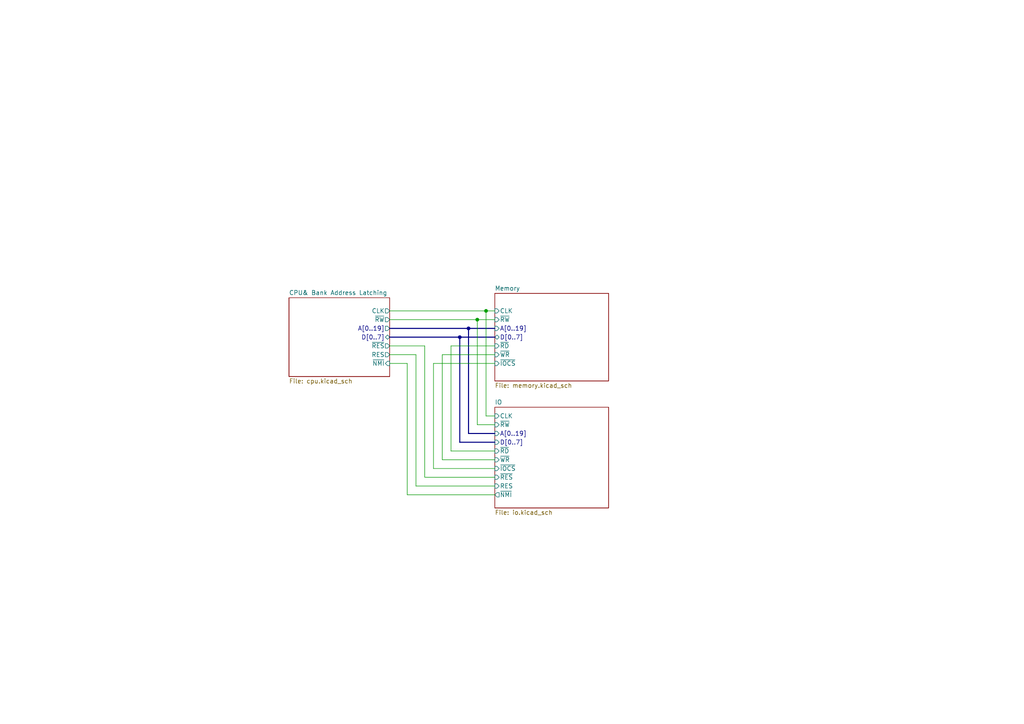
<source format=kicad_sch>
(kicad_sch (version 20211123) (generator eeschema)
  (paper "A4")
  (lib_symbols)
  (junction (at 133.35 97.79))
  (junction (at 140.97 90.17))
  (junction (at 138.43 92.71))
  (junction (at 135.89 95.25))
  (wire (pts (xy 120.65 140.97) (xy 120.65 102.87)))
  (wire (pts (xy 113.03 92.71) (xy 138.43 92.71)))
  (wire (pts (xy 125.73 105.41) (xy 125.73 135.89)))
  (wire (pts (xy 140.97 90.17) (xy 143.51 90.17)))
  (wire (pts (xy 118.11 105.41) (xy 118.11 143.51)))
  (wire (pts (xy 138.43 92.71) (xy 138.43 123.19)))
  (bus (pts (xy 113.03 97.79) (xy 133.35 97.79)))
  (wire (pts (xy 113.03 105.41) (xy 118.11 105.41)))
  (wire (pts (xy 123.19 100.33) (xy 123.19 138.43)))
  (bus (pts (xy 133.35 128.27) (xy 143.51 128.27)))
  (wire (pts (xy 130.81 130.81) (xy 143.51 130.81)))
  (wire (pts (xy 143.51 105.41) (xy 125.73 105.41)))
  (wire (pts (xy 118.11 143.51) (xy 143.51 143.51)))
  (wire (pts (xy 138.43 92.71) (xy 143.51 92.71)))
  (wire (pts (xy 140.97 120.65) (xy 143.51 120.65)))
  (wire (pts (xy 143.51 140.97) (xy 120.65 140.97)))
  (wire (pts (xy 113.03 100.33) (xy 123.19 100.33)))
  (bus (pts (xy 133.35 97.79) (xy 133.35 128.27)))
  (wire (pts (xy 128.27 133.35) (xy 128.27 102.87)))
  (wire (pts (xy 143.51 133.35) (xy 128.27 133.35)))
  (bus (pts (xy 135.89 95.25) (xy 135.89 125.73)))
  (wire (pts (xy 140.97 90.17) (xy 140.97 120.65)))
  (wire (pts (xy 138.43 123.19) (xy 143.51 123.19)))
  (wire (pts (xy 123.19 138.43) (xy 143.51 138.43)))
  (wire (pts (xy 128.27 102.87) (xy 143.51 102.87)))
  (wire (pts (xy 143.51 100.33) (xy 130.81 100.33)))
  (bus (pts (xy 133.35 97.79) (xy 143.51 97.79)))
  (bus (pts (xy 135.89 95.25) (xy 143.51 95.25)))
  (wire (pts (xy 120.65 102.87) (xy 113.03 102.87)))
  (wire (pts (xy 113.03 90.17) (xy 140.97 90.17)))
  (wire (pts (xy 130.81 100.33) (xy 130.81 130.81)))
  (bus (pts (xy 113.03 95.25) (xy 135.89 95.25)))
  (bus (pts (xy 135.89 125.73) (xy 143.51 125.73)))
  (wire (pts (xy 125.73 135.89) (xy 143.51 135.89)))
  (sheet (at 83.82 86.36) (size 29.21 22.86)
    (property "Sheet name" "CPU& Bank Address Latching" (at 83.82 85.6484 0) (effects (justify left bottom)))
    (property "Sheet file" "cpu.kicad_sch" (at 83.82 109.8046 0) (effects (justify left top)))
    (pin "CLK" output (at 113.03 90.17 0))
    (pin "~{RES}" output (at 113.03 100.33 0))
    (pin "A[0..19]" output (at 113.03 95.25 0))
    (pin "D[0..7]" tri_state (at 113.03 97.79 0))
    (pin "~{RW}" output (at 113.03 92.71 0))
    (pin "~{NMI}" input (at 113.03 105.41 0))
    (pin "RES" output (at 113.03 102.87 0))
  )
  (sheet (at 143.51 85.09) (size 33.02 25.4)
    (property "Sheet name" "Memory" (at 143.51 84.3784 0) (effects (justify left bottom)))
    (property "Sheet file" "memory.kicad_sch" (at 143.51 111.0746 0) (effects (justify left top)))
    (pin "CLK" input (at 143.51 90.17 180))
    (pin "~{RW}" input (at 143.51 92.71 180))
    (pin "A[0..19]" input (at 143.51 95.25 180))
    (pin "D[0..7]" bidirectional (at 143.51 97.79 180))
    (pin "~{RD}" input (at 143.51 100.33 180))
    (pin "~{WR}" input (at 143.51 102.87 180))
    (pin "~{IOCS}" input (at 143.51 105.41 180))
  )
  (sheet (at 143.51 118.11) (size 33.02 29.21) (stroke (width 0.1524))
    (property "Sheet name" "IO" (at 143.51 117.3984 0) (effects (justify left bottom)))
    (property "Sheet file" "io.kicad_sch" (at 143.51 147.9046 0) (effects (justify left top)))
    (pin "D[0..7]" input (at 143.51 128.27 180))
    (pin "~{NMI}" output (at 143.51 143.51 180))
    (pin "~{RW}" input (at 143.51 123.19 180))
    (pin "CLK" input (at 143.51 120.65 180))
    (pin "~{RES}" input (at 143.51 138.43 180))
    (pin "~{RD}" input (at 143.51 130.81 180))
    (pin "~{WR}" input (at 143.51 133.35 180))
    (pin "A[0..19]" input (at 143.51 125.73 180))
    (pin "~{IOCS}" input (at 143.51 135.89 180))
    (pin "RES" input (at 143.51 140.97 180))
  )
)
</source>
